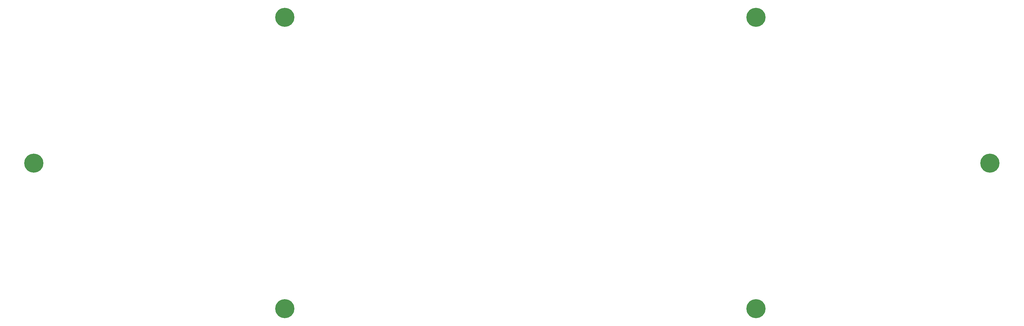
<source format=gbr>
%TF.GenerationSoftware,KiCad,Pcbnew,(7.0.0)*%
%TF.CreationDate,2024-01-20T01:23:21+01:00*%
%TF.ProjectId,plate split 2u,706c6174-6520-4737-906c-69742032752e,rev?*%
%TF.SameCoordinates,Original*%
%TF.FileFunction,Soldermask,Top*%
%TF.FilePolarity,Negative*%
%FSLAX46Y46*%
G04 Gerber Fmt 4.6, Leading zero omitted, Abs format (unit mm)*
G04 Created by KiCad (PCBNEW (7.0.0)) date 2024-01-20 01:23:21*
%MOMM*%
%LPD*%
G01*
G04 APERTURE LIST*
%ADD10C,5.400000*%
G04 APERTURE END LIST*
D10*
%TO.C,*%
X283731249Y-80168749D03*
%TD*%
%TO.C,*%
X84137499Y-38893750D03*
%TD*%
%TO.C,*%
X217487500Y-38893751D03*
%TD*%
%TO.C,*%
X84137499Y-121443750D03*
%TD*%
%TO.C,*%
X13131250Y-80168750D03*
%TD*%
%TO.C,*%
X217487500Y-121443750D03*
%TD*%
M02*

</source>
